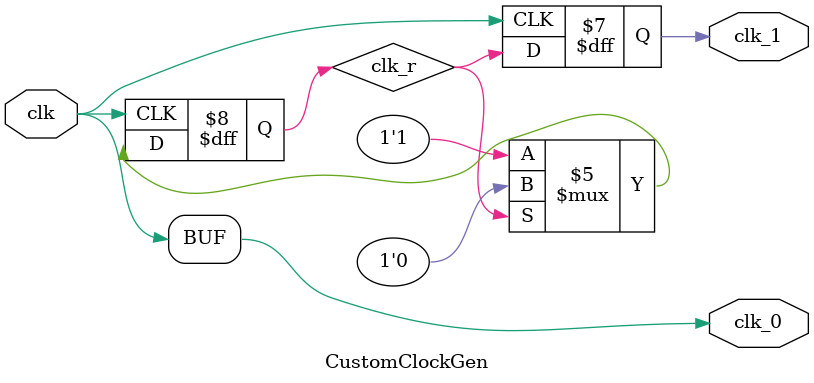
<source format=sv>
`timescale 1ns / 1ps


module CustomClockGen(
    input wire clk,
    output wire clk_0,
    output reg  clk_1
);
assign clk_0 = clk;
reg clk_r;
initial begin
    clk_r = 1'b1;
end

always_ff @(negedge clk) begin
    clk_1 <= clk_r;
    if (clk_r == 1'b1)
        clk_r <= 1'b0;
    else
        clk_r <= 1'b1;
end
endmodule

</source>
